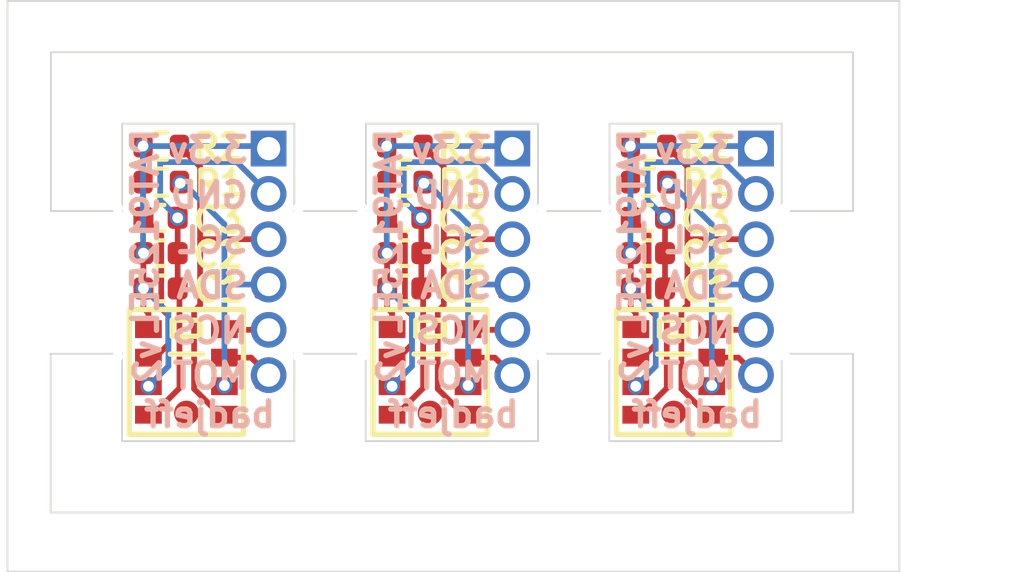
<source format=kicad_pcb>
(kicad_pcb (version 20240108) (generator "pcbnew") (generator_version "8.0")
  (layers (0 "F.Cu" signal) (31 "B.Cu" signal) (34 "B.Paste" user) (35 "F.Paste" user) (36 "B.SilkS" user "B.Silkscreen") (37 "F.SilkS" user "F.Silkscreen") (38 "B.Mask" user) (39 "F.Mask" user) (44 "Edge.Cuts" user))
  (net 0 "")
  (net 1 "Net-(U1-VDDA)")
  (net 2 "SDA")
  (net 3 "VCC 3.3V")
  (net 4 "NCS")
  (net 5 "MOTION")
  (net 6 "SCL")
  (net 8 "GND")
  (footprint "Capacitor_SMD:C_0402_1005Metric" (layer "F.Cu") (at 153.24 94.63)
    (property "Reference" "C2" (at 1.62 0.05 0) (layer "F.SilkS") (effects (font (size 0.7 0.7))))
    (property "Value" "10uF")
    (fp_line (start -0.107836 -0.36) (end 0.107836 -0.36) (stroke (width 0.12)) (layer "F.SilkS"))
    (fp_line (start -0.107836 0.36) (end 0.107836 0.36) (stroke (width 0.12)) (layer "F.SilkS"))
    (pad "1" smd roundrect (at -0.48 0) (size 0.56 0.62) (layers "F.Cu" "F.Paste" "F.Mask") (net 3 "VCC 3.3V"))
    (pad "2" smd roundrect (at 0.48 0) (size 0.56 0.62) (layers "F.Cu" "F.Paste" "F.Mask") (net 8 "GND"))
  )
  (footprint "PAT9125EL:Breakaway-Holes-0.3mmX8" (layer "F.Cu") (at 152.05 95.45 90)
    (property "Reference" " " (hide yes))
    (property "Value" " " (hide yes))
    (pad "" np_thru_hole circle (at -2.075 0 90) (size 0.3 0.3) (drill 0.3) (layers "F&B.Cu" "*.Mask"))
    (pad "" np_thru_hole circle (at -1.48125 0 90) (size 0.3 0.3) (drill 0.3) (layers "F&B.Cu" "*.Mask"))
    (pad "" np_thru_hole circle (at -0.8875 0 90) (size 0.3 0.3) (drill 0.3) (layers "F&B.Cu" "*.Mask"))
    (pad "" np_thru_hole circle (at -0.29375 0 90) (size 0.3 0.3) (drill 0.3) (layers "F&B.Cu" "*.Mask"))
    (pad "" np_thru_hole circle (at 0.3 0 90) (size 0.3 0.3) (drill 0.3) (layers "F&B.Cu" "*.Mask"))
    (pad "" np_thru_hole circle (at 0.89375 0 90) (size 0.3 0.3) (drill 0.3) (layers "F&B.Cu" "*.Mask"))
    (pad "" np_thru_hole circle (at 1.4875 0 90) (size 0.3 0.3) (drill 0.3) (layers "F&B.Cu" "*.Mask"))
    (pad "" np_thru_hole circle (at 2.08125 0 90) (size 0.3 0.3) (drill 0.3) (layers "F&B.Cu" "*.Mask"))
  )
  (footprint "PAT9125EL:PAT9125EL" (layer "F.Cu") (at 160.795 97.96 -90)
    (property "Reference" "U1" (hide yes))
    (property "Value" "PAT9125EL")
    (fp_line (start -1.75 1.6) (end -1.75 -1.6) (stroke (width 0.15)) (layer "F.SilkS"))
    (fp_line (start 1.75 1.6) (end -1.75 1.6) (stroke (width 0.15)) (layer "F.SilkS"))
    (fp_line (start -1.45 0.4) (end -1 0.4) (stroke (width 0.15)) (layer "F.SilkS"))
    (fp_line (start -1 0.4) (end -1 -0.4) (stroke (width 0.15)) (layer "F.SilkS"))
    (fp_line (start -1.45 -0.4) (end -1.45 0.4) (stroke (width 0.15)) (layer "F.SilkS"))
    (fp_line (start -1 -0.4) (end -1.45 -0.4) (stroke (width 0.15)) (layer "F.SilkS"))
    (fp_line (start -0.5 -0.45) (end -0.5 0.45) (stroke (width 0.15)) (layer "F.SilkS"))
    (fp_line (start -1.75 -1.6) (end 1.75 -1.6) (stroke (width 0.15)) (layer "F.SilkS"))
    (fp_line (start 1.75 -1.6) (end 1.75 1.6) (stroke (width 0.15)) (layer "F.SilkS"))
    (pad "1" smd rect (at -1.2 1.065 270) (size 0.5 0.75) (layers "F.Cu" "F.Paste" "F.Mask") (net 3 "VCC 3.3V"))
    (pad "2" smd rect (at -0.4 1.065 270) (size 0.5 0.75) (layers "F.Cu" "F.Paste" "F.Mask") (net 1 "Net-(U1-VDDA)"))
    (pad "3" smd rect (at 0.4 1.065 270) (size 0.5 0.75) (layers "F.Cu" "F.Paste" "F.Mask") (net 3 "VCC 3.3V"))
    (pad "4" smd rect (at 1.2 1.065 270) (size 0.5 0.75) (layers "F.Cu" "F.Paste" "F.Mask") (net 8 "GND"))
    (pad "5" smd rect (at 1.2 -1.065 270) (size 0.5 0.75) (layers "F.Cu" "F.Paste" "F.Mask") (net 6 "SCL"))
    (pad "6" smd rect (at 0.4 -1.065 270) (size 0.5 0.75) (layers "F.Cu" "F.Paste" "F.Mask") (net 2 "SDA"))
    (pad "7" smd rect (at -0.4 -1.065 270) (size 0.5 0.75) (layers "F.Cu" "F.Paste" "F.Mask") (net 5 "MOTION"))
    (pad "8" smd rect (at -1.2 -1.065 270) (size 0.5 0.75) (layers "F.Cu" "F.Paste" "F.Mask") (net 4 "NCS"))
    (pad "9" smd circle (at 1.15 0 270) (size 0.69 0.69) (layers "F.Cu" "F.Paste" "F.Mask"))
  )
  (footprint "Resistor_SMD:R_0402_1005Metric" (layer "F.Cu") (at 146.43 92.64)
    (property "Reference" "R1" (at 1.63 0.04 0) (layer "F.SilkS") (effects (font (size 0.7 0.7))))
    (property "Value" "5K")
    (fp_line (start -0.153641 -0.38) (end 0.153641 -0.38) (stroke (width 0.12)) (layer "F.SilkS"))
    (fp_line (start -0.153641 0.38) (end 0.153641 0.38) (stroke (width 0.12)) (layer "F.SilkS"))
    (pad "1" smd roundrect (at -0.51 0) (size 0.54 0.64) (layers "F.Cu" "F.Paste" "F.Mask") (net 3 "VCC 3.3V"))
    (pad "2" smd roundrect (at 0.51 0) (size 0.54 0.64) (layers "F.Cu" "F.Paste" "F.Mask") (net 2 "SDA"))
  )
  (footprint "Resistor_SMD:R_0402_1005Metric" (layer "F.Cu") (at 146.43 91.63)
    (property "Reference" "R2" (at 1.6 0.03 0) (layer "F.SilkS") (effects (font (size 0.7 0.7))))
    (property "Value" "5K")
    (fp_line (start -0.153641 -0.38) (end 0.153641 -0.38) (stroke (width 0.12)) (layer "F.SilkS"))
    (fp_line (start -0.153641 0.38) (end 0.153641 0.38) (stroke (width 0.12)) (layer "F.SilkS"))
    (pad "1" smd roundrect (at -0.51 0) (size 0.54 0.64) (layers "F.Cu" "F.Paste" "F.Mask") (net 3 "VCC 3.3V"))
    (pad "2" smd roundrect (at 0.51 0) (size 0.54 0.64) (layers "F.Cu" "F.Paste" "F.Mask") (net 6 "SCL"))
  )
  (footprint "Capacitor_SMD:C_0402_1005Metric" (layer "F.Cu") (at 146.41 94.63)
    (property "Reference" "C2" (at 1.62 0.05 0) (layer "F.SilkS") (effects (font (size 0.7 0.7))))
    (property "Value" "10uF")
    (fp_line (start -0.107836 -0.36) (end 0.107836 -0.36) (stroke (width 0.12)) (layer "F.SilkS"))
    (fp_line (start -0.107836 0.36) (end 0.107836 0.36) (stroke (width 0.12)) (layer "F.SilkS"))
    (pad "1" smd roundrect (at -0.48 0) (size 0.56 0.62) (layers "F.Cu" "F.Paste" "F.Mask") (net 3 "VCC 3.3V"))
    (pad "2" smd roundrect (at 0.48 0) (size 0.56 0.62) (layers "F.Cu" "F.Paste" "F.Mask") (net 8 "GND"))
  )
  (footprint "Capacitor_SMD:C_0402_1005Metric" (layer "F.Cu") (at 146.41 95.62)
    (property "Reference" "C1" (at 1.62 0.01 0) (layer "F.SilkS") (effects (font (size 0.7 0.7))))
    (property "Value" "0.1uF")
    (fp_line (start -0.107836 -0.36) (end 0.107836 -0.36) (stroke (width 0.12)) (layer "F.SilkS"))
    (fp_line (start -0.107836 0.36) (end 0.107836 0.36) (stroke (width 0.12)) (layer "F.SilkS"))
    (pad "1" smd roundrect (at -0.48 0) (size 0.56 0.62) (layers "F.Cu" "F.Paste" "F.Mask") (net 3 "VCC 3.3V"))
    (pad "2" smd roundrect (at 0.48 0) (size 0.56 0.62) (layers "F.Cu" "F.Paste" "F.Mask") (net 8 "GND"))
  )
  (footprint "PAT9125EL:Breakaway-Holes-0.3mmX8" (layer "F.Cu") (at 150.28 95.45 90)
    (property "Reference" " " (hide yes))
    (property "Value" " " (hide yes))
    (pad "" np_thru_hole circle (at -2.075 0 90) (size 0.3 0.3) (drill 0.3) (layers "*.Cu" "*.Mask"))
    (pad "" np_thru_hole circle (at -1.48125 0 90) (size 0.3 0.3) (drill 0.3) (layers "*.Cu" "*.Mask"))
    (pad "" np_thru_hole circle (at -0.8875 0 90) (size 0.3 0.3) (drill 0.3) (layers "*.Cu" "*.Mask"))
    (pad "" np_thru_hole circle (at -0.29375 0 90) (size 0.3 0.3) (drill 0.3) (layers "*.Cu" "*.Mask"))
    (pad "" np_thru_hole circle (at 0.3 0 90) (size 0.3 0.3) (drill 0.3) (layers "*.Cu" "*.Mask"))
    (pad "" np_thru_hole circle (at 0.89375 0 90) (size 0.3 0.3) (drill 0.3) (layers "*.Cu" "*.Mask"))
    (pad "" np_thru_hole circle (at 1.4875 0 90) (size 0.3 0.3) (drill 0.3) (layers "*.Cu" "*.Mask"))
    (pad "" np_thru_hole circle (at 2.08125 0 90) (size 0.3 0.3) (drill 0.3) (layers "F&B.Cu" "*.Mask"))
  )
  (footprint "Capacitor_SMD:C_0402_1005Metric" (layer "F.Cu") (at 160.07 95.62)
    (property "Reference" "C1" (at 1.62 0.01 0) (layer "F.SilkS") (effects (font (size 0.7 0.7))))
    (property "Value" "0.1uF")
    (fp_line (start -0.107836 -0.36) (end 0.107836 -0.36) (stroke (width 0.12)) (layer "F.SilkS"))
    (fp_line (start -0.107836 0.36) (end 0.107836 0.36) (stroke (width 0.12)) (layer "F.SilkS"))
    (pad "1" smd roundrect (at -0.48 0) (size 0.56 0.62) (layers "F.Cu" "F.Paste" "F.Mask") (net 3 "VCC 3.3V"))
    (pad "2" smd roundrect (at 0.48 0) (size 0.56 0.62) (layers "F.Cu" "F.Paste" "F.Mask") (net 8 "GND"))
  )
  (footprint "Resistor_SMD:R_0402_1005Metric" (layer "F.Cu") (at 153.26 91.63)
    (property "Reference" "R2" (at 1.6 0.03 0) (layer "F.SilkS") (effects (font (size 0.7 0.7))))
    (property "Value" "5K")
    (fp_line (start -0.153641 -0.38) (end 0.153641 -0.38) (stroke (width 0.12)) (layer "F.SilkS"))
    (fp_line (start -0.153641 0.38) (end 0.153641 0.38) (stroke (width 0.12)) (layer "F.SilkS"))
    (pad "1" smd roundrect (at -0.51 0) (size 0.54 0.64) (layers "F.Cu" "F.Paste" "F.Mask") (net 3 "VCC 3.3V"))
    (pad "2" smd roundrect (at 0.51 0) (size 0.54 0.64) (layers "F.Cu" "F.Paste" "F.Mask") (net 6 "SCL"))
  )
  (footprint "PAT9125EL:Breakaway-Holes-0.3mmX8" (layer "F.Cu") (at 145.21 95.45 90)
    (property "Reference" " " (hide yes))
    (property "Value" " " (hide yes))
    (pad "" np_thru_hole circle (at -2.075 0 90) (size 0.3 0.3) (drill 0.3) (layers "F&B.Cu" "*.Mask"))
    (pad "" np_thru_hole circle (at -1.48125 0 90) (size 0.3 0.3) (drill 0.3) (layers "F&B.Cu" "*.Mask"))
    (pad "" np_thru_hole circle (at -0.8875 0 90) (size 0.3 0.3) (drill 0.3) (layers "F&B.Cu" "*.Mask"))
    (pad "" np_thru_hole circle (at -0.29375 0 90) (size 0.3 0.3) (drill 0.3) (layers "F&B.Cu" "*.Mask"))
    (pad "" np_thru_hole circle (at 0.3 0 90) (size 0.3 0.3) (drill 0.3) (layers "F&B.Cu" "*.Mask"))
    (pad "" np_thru_hole circle (at 0.89375 0 90) (size 0.3 0.3) (drill 0.3) (layers "F&B.Cu" "*.Mask"))
    (pad "" np_thru_hole circle (at 1.4875 0 90) (size 0.3 0.3) (drill 0.3) (layers "F&B.Cu" "*.Mask"))
    (pad "" np_thru_hole circle (at 2.08125 0 90) (size 0.3 0.3) (drill 0.3) (layers "F&B.Cu" "*.Mask"))
  )
  (footprint "Resistor_SMD:R_0402_1005Metric" (layer "F.Cu") (at 160.09 92.64)
    (property "Reference" "R1" (at 1.63 0.04 0) (layer "F.SilkS") (effects (font (size 0.7 0.7))))
    (property "Value" "5K")
    (fp_line (start -0.153641 -0.38) (end 0.153641 -0.38) (stroke (width 0.12)) (layer "F.SilkS"))
    (fp_line (start -0.153641 0.38) (end 0.153641 0.38) (stroke (width 0.12)) (layer "F.SilkS"))
    (pad "1" smd roundrect (at -0.51 0) (size 0.54 0.64) (layers "F.Cu" "F.Paste" "F.Mask") (net 3 "VCC 3.3V"))
    (pad "2" smd roundrect (at 0.51 0) (size 0.54 0.64) (layers "F.Cu" "F.Paste" "F.Mask") (net 2 "SDA"))
  )
  (footprint "Connector_PinHeader_1.27mm:PinHeader_1x06_P1.27mm_Vertical" (layer "F.Cu") (at 156.27 91.7)
    (property "Reference" "J1" (hide yes))
    (property "Value" "Conn_01x06_Socket")
    (pad "1" thru_hole rect (at 0 0) (size 1 1) (drill 0.65) (layers "*.Cu" "*.Mask") (net 3 "VCC 3.3V"))
    (pad "2" thru_hole oval (at 0 1.27) (size 1 1) (drill 0.65) (layers "*.Cu" "*.Mask") (net 8 "GND"))
    (pad "3" thru_hole oval (at 0 2.54) (size 1 1) (drill 0.65) (layers "*.Cu" "*.Mask") (net 6 "SCL"))
    (pad "4" thru_hole oval (at 0 3.81) (size 1 1) (drill 0.65) (layers "*.Cu" "*.Mask") (net 2 "SDA"))
    (pad "5" thru_hole oval (at 0 5.08) (size 1 1) (drill 0.65) (layers "*.Cu" "*.Mask") (net 4 "NCS"))
    (pad "6" thru_hole oval (at 0 6.35) (size 1 1) (drill 0.65) (layers "*.Cu" "*.Mask") (net 5 "MOTION"))
  )
  (footprint "PAT9125EL:PAT9125EL" (layer "F.Cu") (at 153.965 97.96 -90)
    (property "Reference" "U1" (hide yes))
    (property "Value" "PAT9125EL")
    (fp_line (start -1.75 1.6) (end -1.75 -1.6) (stroke (width 0.15)) (layer "F.SilkS"))
    (fp_line (start 1.75 1.6) (end -1.75 1.6) (stroke (width 0.15)) (layer "F.SilkS"))
    (fp_line (start -1.45 0.4) (end -1 0.4) (stroke (width 0.15)) (layer "F.SilkS"))
    (fp_line (start -1 0.4) (end -1 -0.4) (stroke (width 0.15)) (layer "F.SilkS"))
    (fp_line (start -1.45 -0.4) (end -1.45 0.4) (stroke (width 0.15)) (layer "F.SilkS"))
    (fp_line (start -1 -0.4) (end -1.45 -0.4) (stroke (width 0.15)) (layer "F.SilkS"))
    (fp_line (start -0.5 -0.45) (end -0.5 0.45) (stroke (width 0.15)) (layer "F.SilkS"))
    (fp_line (start -1.75 -1.6) (end 1.75 -1.6) (stroke (width 0.15)) (layer "F.SilkS"))
    (fp_line (start 1.75 -1.6) (end 1.75 1.6) (stroke (width 0.15)) (layer "F.SilkS"))
    (pad "1" smd rect (at -1.2 1.065 270) (size 0.5 0.75) (layers "F.Cu" "F.Paste" "F.Mask") (net 3 "VCC 3.3V"))
    (pad "2" smd rect (at -0.4 1.065 270) (size 0.5 0.75) (layers "F.Cu" "F.Paste" "F.Mask") (net 1 "Net-(U1-VDDA)"))
    (pad "3" smd rect (at 0.4 1.065 270) (size 0.5 0.75) (layers "F.Cu" "F.Paste" "F.Mask") (net 3 "VCC 3.3V"))
    (pad "4" smd rect (at 1.2 1.065 270) (size 0.5 0.75) (layers "F.Cu" "F.Paste" "F.Mask") (net 8 "GND"))
    (pad "5" smd rect (at 1.2 -1.065 270) (size 0.5 0.75) (layers "F.Cu" "F.Paste" "F.Mask") (net 6 "SCL"))
    (pad "6" smd rect (at 0.4 -1.065 270) (size 0.5 0.75) (layers "F.Cu" "F.Paste" "F.Mask") (net 2 "SDA"))
    (pad "7" smd rect (at -0.4 -1.065 270) (size 0.5 0.75) (layers "F.Cu" "F.Paste" "F.Mask") (net 5 "MOTION"))
    (pad "8" smd rect (at -1.2 -1.065 270) (size 0.5 0.75) (layers "F.Cu" "F.Paste" "F.Mask") (net 4 "NCS"))
    (pad "9" smd circle (at 1.15 0 270) (size 0.69 0.69) (layers "F.Cu" "F.Paste" "F.Mask"))
  )
  (footprint "Capacitor_SMD:C_0402_1005Metric" (layer "F.Cu") (at 146.41 93.64)
    (property "Reference" "C3" (at 1.62 0.06 0) (layer "F.SilkS") (effects (font (size 0.7 0.7))))
    (property "Value" "4.7uF")
    (fp_line (start -0.107836 -0.36) (end 0.107836 -0.36) (stroke (width 0.12)) (layer "F.SilkS"))
    (fp_line (start -0.107836 0.36) (end 0.107836 0.36) (stroke (width 0.12)) (layer "F.SilkS"))
    (pad "1" smd roundrect (at -0.48 0) (size 0.56 0.62) (layers "F.Cu" "F.Paste" "F.Mask") (net 1 "Net-(U1-VDDA)"))
    (pad "2" smd roundrect (at 0.48 0) (size 0.56 0.62) (layers "F.Cu" "F.Paste" "F.Mask") (net 8 "GND"))
  )
  (footprint "PAT9125EL:Breakaway-Holes-0.3mmX8" (layer "F.Cu") (at 163.92 95.45 90)
    (property "Reference" " " (hide yes))
    (property "Value" " " (hide yes))
    (pad "" np_thru_hole circle (at -2.075 0 90) (size 0.3 0.3) (drill 0.3) (layers "*.Cu" "*.Mask"))
    (pad "" np_thru_hole circle (at -1.48125 0 90) (size 0.3 0.3) (drill 0.3) (layers "*.Cu" "*.Mask"))
    (pad "" np_thru_hole circle (at -0.8875 0 90) (size 0.3 0.3) (drill 0.3) (layers "*.Cu" "*.Mask"))
    (pad "" np_thru_hole circle (at -0.29375 0 90) (size 0.3 0.3) (drill 0.3) (layers "*.Cu" "*.Mask"))
    (pad "" np_thru_hole circle (at 0.3 0 90) (size 0.3 0.3) (drill 0.3) (layers "*.Cu" "*.Mask"))
    (pad "" np_thru_hole circle (at 0.89375 0 90) (size 0.3 0.3) (drill 0.3) (layers "*.Cu" "*.Mask"))
    (pad "" np_thru_hole circle (at 1.4875 0 90) (size 0.3 0.3) (drill 0.3) (layers "*.Cu" "*.Mask"))
    (pad "" np_thru_hole circle (at 2.08125 0 90) (size 0.3 0.3) (drill 0.3) (layers "F&B.Cu" "*.Mask"))
  )
  (footprint "PAT9125EL:PAT9125EL" (layer "F.Cu") (at 147.135 97.96 -90)
    (property "Reference" "U1" (hide yes))
    (property "Value" "PAT9125EL")
    (fp_line (start -1.75 1.6) (end -1.75 -1.6) (stroke (width 0.15)) (layer "F.SilkS"))
    (fp_line (start 1.75 1.6) (end -1.75 1.6) (stroke (width 0.15)) (layer "F.SilkS"))
    (fp_line (start -1.45 0.4) (end -1 0.4) (stroke (width 0.15)) (layer "F.SilkS"))
    (fp_line (start -1 0.4) (end -1 -0.4) (stroke (width 0.15)) (layer "F.SilkS"))
    (fp_line (start -1.45 -0.4) (end -1.45 0.4) (stroke (width 0.15)) (layer "F.SilkS"))
    (fp_line (start -1 -0.4) (end -1.45 -0.4) (stroke (width 0.15)) (layer "F.SilkS"))
    (fp_line (start -0.5 -0.45) (end -0.5 0.45) (stroke (width 0.15)) (layer "F.SilkS"))
    (fp_line (start -1.75 -1.6) (end 1.75 -1.6) (stroke (width 0.15)) (layer "F.SilkS"))
    (fp_line (start 1.75 -1.6) (end 1.75 1.6) (stroke (width 0.15)) (layer "F.SilkS"))
    (pad "1" smd rect (at -1.2 1.065 270) (size 0.5 0.75) (layers "F.Cu" "F.Paste" "F.Mask") (net 3 "VCC 3.3V"))
    (pad "2" smd rect (at -0.4 1.065 270) (size 0.5 0.75) (layers "F.Cu" "F.Paste" "F.Mask") (net 1 "Net-(U1-VDDA)"))
    (pad "3" smd rect (at 0.4 1.065 270) (size 0.5 0.75) (layers "F.Cu" "F.Paste" "F.Mask") (net 3 "VCC 3.3V"))
    (pad "4" smd rect (at 1.2 1.065 270) (size 0.5 0.75) (layers "F.Cu" "F.Paste" "F.Mask") (net 8 "GND"))
    (pad "5" smd rect (at 1.2 -1.065 270) (size 0.5 0.75) (layers "F.Cu" "F.Paste" "F.Mask") (net 6 "SCL"))
    (pad "6" smd rect (at 0.4 -1.065 270) (size 0.5 0.75) (layers "F.Cu" "F.Paste" "F.Mask") (net 2 "SDA"))
    (pad "7" smd rect (at -0.4 -1.065 270) (size 0.5 0.75) (layers "F.Cu" "F.Paste" "F.Mask") (net 5 "MOTION"))
    (pad "8" smd rect (at -1.2 -1.065 270) (size 0.5 0.75) (layers "F.Cu" "F.Paste" "F.Mask") (net 4 "NCS"))
    (pad "9" smd circle (at 1.15 0 270) (size 0.69 0.69) (layers "F.Cu" "F.Paste" "F.Mask"))
  )
  (footprint "Connector_PinHeader_1.27mm:PinHeader_1x06_P1.27mm_Vertical" (layer "F.Cu") (at 149.44 91.7)
    (property "Reference" "J1" (hide yes))
    (property "Value" "Conn_01x06_Socket")
    (pad "1" thru_hole rect (at 0 0) (size 1 1) (drill 0.65) (layers "*.Cu" "*.Mask") (net 3 "VCC 3.3V"))
    (pad "2" thru_hole oval (at 0 1.27) (size 1 1) (drill 0.65) (layers "*.Cu" "*.Mask") (net 8 "GND"))
    (pad "3" thru_hole oval (at 0 2.54) (size 1 1) (drill 0.65) (layers "*.Cu" "*.Mask") (net 6 "SCL"))
    (pad "4" thru_hole oval (at 0 3.81) (size 1 1) (drill 0.65) (layers "*.Cu" "*.Mask") (net 2 "SDA"))
    (pad "5" thru_hole oval (at 0 5.08) (size 1 1) (drill 0.65) (layers "*.Cu" "*.Mask") (net 4 "NCS"))
    (pad "6" thru_hole oval (at 0 6.35) (size 1 1) (drill 0.65) (layers "*.Cu" "*.Mask") (net 5 "MOTION"))
  )
  (footprint "Resistor_SMD:R_0402_1005Metric" (layer "F.Cu") (at 153.26 92.64)
    (property "Reference" "R1" (at 1.63 0.04 0) (layer "F.SilkS") (effects (font (size 0.7 0.7))))
    (property "Value" "5K")
    (fp_line (start -0.153641 -0.38) (end 0.153641 -0.38) (stroke (width 0.12)) (layer "F.SilkS"))
    (fp_line (start -0.153641 0.38) (end 0.153641 0.38) (stroke (width 0.12)) (layer "F.SilkS"))
    (pad "1" smd roundrect (at -0.51 0) (size 0.54 0.64) (layers "F.Cu" "F.Paste" "F.Mask") (net 3 "VCC 3.3V"))
    (pad "2" smd roundrect (at 0.51 0) (size 0.54 0.64) (layers "F.Cu" "F.Paste" "F.Mask") (net 2 "SDA"))
  )
  (footprint "Connector_PinHeader_1.27mm:PinHeader_1x06_P1.27mm_Vertical" (layer "F.Cu") (at 163.1 91.7)
    (property "Reference" "J1" (hide yes))
    (property "Value" "Conn_01x06_Socket")
    (pad "1" thru_hole rect (at 0 0) (size 1 1) (drill 0.65) (layers "*.Cu" "*.Mask") (net 3 "VCC 3.3V"))
    (pad "2" thru_hole oval (at 0 1.27) (size 1 1) (drill 0.65) (layers "*.Cu" "*.Mask") (net 8 "GND"))
    (pad "3" thru_hole oval (at 0 2.54) (size 1 1) (drill 0.65) (layers "*.Cu" "*.Mask") (net 6 "SCL"))
    (pad "4" thru_hole oval (at 0 3.81) (size 1 1) (drill 0.65) (layers "*.Cu" "*.Mask") (net 2 "SDA"))
    (pad "5" thru_hole oval (at 0 5.08) (size 1 1) (drill 0.65) (layers "*.Cu" "*.Mask") (net 4 "NCS"))
    (pad "6" thru_hole oval (at 0 6.35) (size 1 1) (drill 0.65) (layers "*.Cu" "*.Mask") (net 5 "MOTION"))
  )
  (footprint "PAT9125EL:Breakaway-Holes-0.3mmX8" (layer "F.Cu") (at 158.88 95.44125 90)
    (property "Reference" " " (hide yes))
    (property "Value" " " (hide yes))
    (pad "" np_thru_hole circle (at -2.075 0 90) (size 0.3 0.3) (drill 0.3) (layers "F&B.Cu" "*.Mask"))
    (pad "" np_thru_hole circle (at -1.48125 0 90) (size 0.3 0.3) (drill 0.3) (layers "F&B.Cu" "*.Mask"))
    (pad "" np_thru_hole circle (at -0.8875 0 90) (size 0.3 0.3) (drill 0.3) (layers "F&B.Cu" "*.Mask"))
    (pad "" np_thru_hole circle (at -0.29375 0 90) (size 0.3 0.3) (drill 0.3) (layers "F&B.Cu" "*.Mask"))
    (pad "" np_thru_hole circle (at 0.3 0 90) (size 0.3 0.3) (drill 0.3) (layers "F&B.Cu" "*.Mask"))
    (pad "" np_thru_hole circle (at 0.89375 0 90) (size 0.3 0.3) (drill 0.3) (layers "F&B.Cu" "*.Mask"))
    (pad "" np_thru_hole circle (at 1.4875 0 90) (size 0.3 0.3) (drill 0.3) (layers "F&B.Cu" "*.Mask"))
    (pad "" np_thru_hole circle (at 2.08125 0 90) (size 0.3 0.3) (drill 0.3) (layers "F&B.Cu" "*.Mask"))
  )
  (footprint "Resistor_SMD:R_0402_1005Metric" (layer "F.Cu") (at 160.09 91.63)
    (property "Reference" "R2" (at 1.6 0.03 0) (layer "F.SilkS") (effects (font (size 0.7 0.7))))
    (property "Value" "5K")
    (fp_line (start -0.153641 -0.38) (end 0.153641 -0.38) (stroke (width 0.12)) (layer "F.SilkS"))
    (fp_line (start -0.153641 0.38) (end 0.153641 0.38) (stroke (width 0.12)) (layer "F.SilkS"))
    (pad "1" smd roundrect (at -0.51 0) (size 0.54 0.64) (layers "F.Cu" "F.Paste" "F.Mask") (net 3 "VCC 3.3V"))
    (pad "2" smd roundrect (at 0.51 0) (size 0.54 0.64) (layers "F.Cu" "F.Paste" "F.Mask") (net 6 "SCL"))
  )
  (footprint "Capacitor_SMD:C_0402_1005Metric" (layer "F.Cu") (at 160.07 94.63)
    (property "Reference" "C2" (at 1.62 0.05 0) (layer "F.SilkS") (effects (font (size 0.7 0.7))))
    (property "Value" "10uF")
    (fp_line (start -0.107836 -0.36) (end 0.107836 -0.36) (stroke (width 0.12)) (layer "F.SilkS"))
    (fp_line (start -0.107836 0.36) (end 0.107836 0.36) (stroke (width 0.12)) (layer "F.SilkS"))
    (pad "1" smd roundrect (at -0.48 0) (size 0.56 0.62) (layers "F.Cu" "F.Paste" "F.Mask") (net 3 "VCC 3.3V"))
    (pad "2" smd roundrect (at 0.48 0) (size 0.56 0.62) (layers "F.Cu" "F.Paste" "F.Mask") (net 8 "GND"))
  )
  (footprint "Capacitor_SMD:C_0402_1005Metric" (layer "F.Cu") (at 153.24 95.62)
    (property "Reference" "C1" (at 1.62 0.01 0) (layer "F.SilkS") (effects (font (size 0.7 0.7))))
    (property "Value" "0.1uF")
    (fp_line (start -0.107836 -0.36) (end 0.107836 -0.36) (stroke (width 0.12)) (layer "F.SilkS"))
    (fp_line (start -0.107836 0.36) (end 0.107836 0.36) (stroke (width 0.12)) (layer "F.SilkS"))
    (pad "1" smd roundrect (at -0.48 0) (size 0.56 0.62) (layers "F.Cu" "F.Paste" "F.Mask") (net 3 "VCC 3.3V"))
    (pad "2" smd roundrect (at 0.48 0) (size 0.56 0.62) (layers "F.Cu" "F.Paste" "F.Mask") (net 8 "GND"))
  )
  (footprint "PAT9125EL:Breakaway-Holes-0.3mmX8" (layer "F.Cu") (at 157.1 95.45 90)
    (property "Reference" " " (hide yes))
    (property "Value" " " (hide yes))
    (pad "" np_thru_hole circle (at -2.075 0 90) (size 0.3 0.3) (drill 0.3) (layers "*.Cu" "*.Mask"))
    (pad "" np_thru_hole circle (at -1.48125 0 90) (size 0.3 0.3) (drill 0.3) (layers "*.Cu" "*.Mask"))
    (pad "" np_thru_hole circle (at -0.8875 0 90) (size 0.3 0.3) (drill 0.3) (layers "*.Cu" "*.Mask"))
    (pad "" np_thru_hole circle (at -0.29375 0 90) (size 0.3 0.3) (drill 0.3) (layers "*.Cu" "*.Mask"))
    (pad "" np_thru_hole circle (at 0.3 0 90) (size 0.3 0.3) (drill 0.3) (layers "*.Cu" "*.Mask"))
    (pad "" np_thru_hole circle (at 0.89375 0 90) (size 0.3 0.3) (drill 0.3) (layers "*.Cu" "*.Mask"))
    (pad "" np_thru_hole circle (at 1.4875 0 90) (size 0.3 0.3) (drill 0.3) (layers "*.Cu" "*.Mask"))
    (pad "" np_thru_hole circle (at 2.08125 0 90) (size 0.3 0.3) (drill 0.3) (layers "F&B.Cu" "*.Mask"))
  )
  (footprint "Capacitor_SMD:C_0402_1005Metric" (layer "F.Cu") (at 160.07 93.64)
    (property "Reference" "C3" (at 1.62 0.06 0) (layer "F.SilkS") (effects (font (size 0.7 0.7))))
    (property "Value" "4.7uF")
    (fp_line (start -0.107836 -0.36) (end 0.107836 -0.36) (stroke (width 0.12)) (layer "F.SilkS"))
    (fp_line (start -0.107836 0.36) (end 0.107836 0.36) (stroke (width 0.12)) (layer "F.SilkS"))
    (pad "1" smd roundrect (at -0.48 0) (size 0.56 0.62) (layers "F.Cu" "F.Paste" "F.Mask") (net 1 "Net-(U1-VDDA)"))
    (pad "2" smd roundrect (at 0.48 0) (size 0.56 0.62) (layers "F.Cu" "F.Paste" "F.Mask") (net 8 "GND"))
  )
  (footprint "Capacitor_SMD:C_0402_1005Metric" (layer "F.Cu") (at 153.24 93.64)
    (property "Reference" "C3" (at 1.62 0.06 0) (layer "F.SilkS") (effects (font (size 0.7 0.7))))
    (property "Value" "4.7uF")
    (fp_line (start -0.107836 -0.36) (end 0.107836 -0.36) (stroke (width 0.12)) (layer "F.SilkS"))
    (fp_line (start -0.107836 0.36) (end 0.107836 0.36) (stroke (width 0.12)) (layer "F.SilkS"))
    (pad "1" smd roundrect (at -0.48 0) (size 0.56 0.62) (layers "F.Cu" "F.Paste" "F.Mask") (net 1 "Net-(U1-VDDA)"))
    (pad "2" smd roundrect (at 0.48 0) (size 0.56 0.62) (layers "F.Cu" "F.Paste" "F.Mask") (net 8 "GND"))
  )
  (gr_line (start 165.82 93.45) (end 165.82 89) (stroke (width 0.05)) (layer "Edge.Cuts"))
  (gr_line (start 143.335 93.45) (end 143.335 89) (stroke (width 0.05)) (layer "Edge.Cuts"))
  (gr_line (start 145.33 97.45) (end 143.33 97.45) (stroke (width 0.05)) (layer "Edge.Cuts"))
  (gr_line (start 163.82 91) (end 158.995 91) (stroke (width 0.05)) (layer "Edge.Cuts"))
  (gr_line (start 150.16 97.45) (end 150.16 99.9) (stroke (width 0.05)) (layer "Edge.Cuts"))
  (gr_line (start 152.16 99.9) (end 152.16 97.45) (stroke (width 0.05)) (layer "Edge.Cuts"))
  (gr_line (start 158.99 99.9) (end 158.99 97.45) (stroke (width 0.05)) (layer "Edge.Cuts"))
  (gr_line (start 163.82 97.45) (end 165.82 97.45) (stroke (width 0.05)) (layer "Edge.Cuts"))
  (gr_line (start 156.99 97.45) (end 158.99 97.45) (stroke (width 0.05)) (layer "Edge.Cuts"))
  (gr_line (start 163.82 93.45) (end 165.82 93.45) (stroke (width 0.05)) (layer "Edge.Cuts"))
  (gr_line (start 150.16 99.9) (end 145.33 99.9) (stroke (width 0.05)) (layer "Edge.Cuts"))
  (gr_line (start 167.12 87.56) (end 167.12 103.56) (stroke (width 0.05)) (layer "Edge.Cuts"))
  (gr_line (start 165.815 101.9) (end 143.33 101.9) (stroke (width 0.05)) (layer "Edge.Cuts"))
  (gr_line (start 163.82 91) (end 163.82 93.45) (stroke (width 0.05)) (layer "Edge.Cuts"))
  (gr_line (start 165.82 89) (end 143.335 89) (stroke (width 0.05)) (layer "Edge.Cuts"))
  (gr_line (start 156.99 97.45) (end 156.99 99.9) (stroke (width 0.05)) (layer "Edge.Cuts"))
  (gr_line (start 156.99 93.45) (end 158.99 93.45) (stroke (width 0.05)) (layer "Edge.Cuts"))
  (gr_line (start 152.165 93.45) (end 152.165 91) (stroke (width 0.05)) (layer "Edge.Cuts"))
  (gr_line (start 150.16 97.45) (end 152.16 97.45) (stroke (width 0.05)) (layer "Edge.Cuts"))
  (gr_line (start 150.16 91) (end 145.335 91) (stroke (width 0.05)) (layer "Edge.Cuts"))
  (gr_line (start 142.12 103.56) (end 142.12 87.56) (stroke (width 0.05)) (layer "Edge.Cuts"))
  (gr_line (start 156.99 91) (end 152.165 91) (stroke (width 0.05)) (layer "Edge.Cuts"))
  (gr_line (start 165.82 101.9) (end 165.82 97.45) (stroke (width 0.05)) (layer "Edge.Cuts"))
  (gr_line (start 156.99 99.9) (end 152.16 99.9) (stroke (width 0.05)) (layer "Edge.Cuts"))
  (gr_line (start 143.33 101.9) (end 143.33 97.45) (stroke (width 0.05)) (layer "Edge.Cuts"))
  (gr_line (start 145.33 99.9) (end 145.33 97.45) (stroke (width 0.05)) (layer "Edge.Cuts"))
  (gr_line (start 150.16 93.45) (end 152.16 93.45) (stroke (width 0.05)) (layer "Edge.Cuts"))
  (gr_line (start 163.82 97.45) (end 163.82 99.9) (stroke (width 0.05)) (layer "Edge.Cuts"))
  (gr_line (start 167.12 103.56) (end 142.12 103.56) (stroke (width 0.05)) (layer "Edge.Cuts"))
  (gr_line (start 145.335 93.45) (end 145.335 91) (stroke (width 0.05)) (layer "Edge.Cuts"))
  (gr_line (start 163.82 99.9) (end 158.99 99.9) (stroke (width 0.05)) (layer "Edge.Cuts"))
  (gr_line (start 145.335 93.45) (end 143.335 93.45) (stroke (width 0.05)) (layer "Edge.Cuts"))
  (gr_line (start 158.995 93.45) (end 158.995 91) (stroke (width 0.05)) (layer "Edge.Cuts"))
  (gr_line (start 150.16 91) (end 150.16 93.45) (stroke (width 0.05)) (layer "Edge.Cuts"))
  (gr_line (start 156.99 91) (end 156.99 93.45) (stroke (width 0.05)) (layer "Edge.Cuts"))
  (gr_line (start 142.12 87.56) (end 167.12 87.56) (stroke (width 0.05)) (layer "Edge.Cuts"))
  (gr_text "PAT9125EL" (at 153.22 91.06 90) (layer "B.SilkS") (effects (font (size 0.7 0.7)) (justify left bottom mirror)))
  (gr_text "MOT" (at 148.94 98.48 0) (layer "B.SilkS") (effects (font (size 0.7 0.7) (thickness 0.15) (bold yes)) (justify left bottom mirror)))
  (gr_text "MOT" (at 162.6 98.48 0) (layer "B.SilkS") (effects (font (size 0.7 0.7) (thickness 0.15) (bold yes)) (justify left bottom mirror)))
  (gr_text "GND" (at 155.77 93.416 0) (layer "B.SilkS") (effects (font (size 0.7 0.7) (thickness 0.15) (bold yes)) (justify left bottom mirror)))
  (gr_text "SCL" (at 148.94 94.682 0) (layer "B.SilkS") (effects (font (size 0.7 0.7) (thickness 0.15) (bold yes)) (justify left bottom mirror)))
  (gr_text "PAT9125EL" (at 160.05 91.06 90) (layer "B.SilkS") (effects (font (size 0.7 0.7)) (justify left bottom mirror)))
  (gr_text "PAT9125EL" (at 146.39 91.06 90) (layer "B.SilkS") (effects (font (size 0.7 0.7)) (justify left bottom mirror)))
  (gr_text "SDA" (at 155.77 95.948 0) (layer "B.SilkS") (effects (font (size 0.7 0.7) (thickness 0.15) (bold yes)) (justify left bottom mirror)))
  (gr_text "NCS\n" (at 162.6 97.214 0) (layer "B.SilkS") (effects (font (size 0.7 0.7) (thickness 0.15) (bold yes)) (justify left bottom mirror)))
  (gr_text "SDA" (at 162.6 95.948 0) (layer "B.SilkS") (effects (font (size 0.7 0.7) (thickness 0.15) (bold yes)) (justify left bottom mirror)))
  (gr_text "v2" (at 160.12 96.97 90) (layer "B.SilkS") (effects (font (size 0.7 0.7) (thickness 0.15) (bold yes)) (justify left bottom mirror)))
  (gr_text "3.3v" (at 162.6 92.15 0) (layer "B.SilkS") (effects (font (size 0.7 0.7) (thickness 0.15) (bold yes)) (justify left bottom mirror)))
  (gr_text "NCS\n" (at 148.94 97.214 0) (layer "B.SilkS") (effects (font (size 0.7 0.7) (thickness 0.15) (bold yes)) (justify left bottom mirror)))
  (gr_text "NCS\n" (at 155.77 97.214 0) (layer "B.SilkS") (effects (font (size 0.7 0.7) (thickness 0.15) (bold yes)) (justify left bottom mirror)))
  (gr_text "3.3v" (at 148.94 92.15 0) (layer "B.SilkS") (effects (font (size 0.7 0.7) (thickness 0.15) (bold yes)) (justify left bottom mirror)))
  (gr_text "badjeff" (at 156.53 99.56 0) (layer "B.SilkS") (effects (font (size 0.7 0.7) (thickness 0.15) (bold yes)) (justify left bottom mirror)))
  (gr_text "GND" (at 148.94 93.416 0) (layer "B.SilkS") (effects (font (size 0.7 0.7) (thickness 0.15) (bold yes)) (justify left bottom mirror)))
  (gr_text "v2" (at 153.29 96.97 90) (layer "B.SilkS") (effects (font (size 0.7 0.7) (thickness 0.15) (bold yes)) (justify left bottom mirror)))
  (gr_text "badjeff" (at 163.36 99.56 0) (layer "B.SilkS") (effects (font (size 0.7 0.7) (thickness 0.15) (bold yes)) (justify left bottom mirror)))
  (gr_text "v2" (at 146.46 96.97 90) (layer "B.SilkS") (effects (font (size 0.7 0.7) (thickness 0.15) (bold yes)) (justify left bottom mirror)))
  (gr_text "MOT" (at 155.77 98.48 0) (layer "B.SilkS") (effects (font (size 0.7 0.7) (thickness 0.15) (bold yes)) (justify left bottom mirror)))
  (gr_text "GND" (at 162.6 93.416 0) (layer "B.SilkS") (effects (font (size 0.7 0.7) (thickness 0.15) (bold yes)) (justify left bottom mirror)))
  (gr_text "SCL" (at 155.77 94.682 0) (layer "B.SilkS") (effects (font (size 0.7 0.7) (thickness 0.15) (bold yes)) (justify left bottom mirror)))
  (gr_text "SDA" (at 148.94 95.948 0) (layer "B.SilkS") (effects (font (size 0.7 0.7) (thickness 0.15) (bold yes)) (justify left bottom mirror)))
  (gr_text "badjeff" (at 149.7 99.56 0) (layer "B.SilkS") (effects (font (size 0.7 0.7) (thickness 0.15) (bold yes)) (justify left bottom mirror)))
  (gr_text "SCL" (at 162.6 94.682 0) (layer "B.SilkS") (effects (font (size 0.7 0.7) (thickness 0.15) (bold yes)) (justify left bottom mirror)))
  (gr_text "3.3v" (at 155.77 92.15 0) (layer "B.SilkS") (effects (font (size 0.7 0.7) (thickness 0.15) (bold yes)) (justify left bottom mirror)))
  (segment (start 160.285 96.375) (end 160.09 96.18) (width 0.16) (layer "F.Cu") (net 1))
  (segment (start 146.625 96.375) (end 146.43 96.18) (width 0.16) (layer "F.Cu") (net 1))
  (segment (start 159.915 97.56) (end 160.285 97.19) (width 0.16) (layer "F.Cu") (net 1))
  (segment (start 153.26 94.13) (end 152.76 93.63) (width 0.16) (layer "F.Cu") (net 1))
  (segment (start 153.26 96.18) (end 153.26 94.13) (width 0.16) (layer "F.Cu") (net 1))
  (segment (start 153.455 97.19) (end 153.455 96.375) (width 0.16) (layer "F.Cu") (net 1))
  (segment (start 146.43 96.18) (end 146.43 94.13) (width 0.16) (layer "F.Cu") (net 1))
  (segment (start 146.07 97.56) (end 146.255 97.56) (width 0.16) (layer "F.Cu") (net 1))
  (segment (start 159.73 97.56) (end 159.915 97.56) (width 0.16) (layer "F.Cu") (net 1))
  (segment (start 160.09 96.18) (end 160.09 94.13) (width 0.16) (layer "F.Cu") (net 1))
  (segment (start 153.085 97.56) (end 153.455 97.19) (width 0.16) (layer "F.Cu") (net 1))
  (segment (start 146.43 94.13) (end 145.93 93.63) (width 0.16) (layer "F.Cu") (net 1))
  (segment (start 153.455 96.375) (end 153.26 96.18) (width 0.16) (layer "F.Cu") (net 1))
  (segment (start 152.9 97.56) (end 153.085 97.56) (width 0.16) (layer "F.Cu") (net 1))
  (segment (start 160.285 97.19) (end 160.285 96.375) (width 0.16) (layer "F.Cu") (net 1))
  (segment (start 146.255 97.56) (end 146.625 97.19) (width 0.16) (layer "F.Cu") (net 1))
  (segment (start 146.625 97.19) (end 146.625 96.375) (width 0.16) (layer "F.Cu") (net 1))
  (segment (start 160.09 94.13) (end 159.59 93.63) (width 0.16) (layer "F.Cu") (net 1))
  (segment (start 148.2 98.34) (end 148.2 98.36) (width 0.16) (layer "F.Cu") (net 2))
  (segment (start 155.03 98.34) (end 155.03 98.36) (width 0.16) (layer "F.Cu") (net 2))
  (segment (start 148.075 98.36) (end 148.2 98.34) (width 0.16) (layer "F.Cu") (net 2))
  (segment (start 161.86 98.34) (end 161.86 98.36) (width 0.16) (layer "F.Cu") (net 2))
  (segment (start 154.905 98.36) (end 155.03 98.34) (width 0.16) (layer "F.Cu") (net 2))
  (segment (start 149.43 95.31) (end 149.43 95.29) (width 0.16) (layer "F.Cu") (net 2))
  (segment (start 163.09 95.31) (end 163.09 95.29) (width 0.16) (layer "F.Cu") (net 2))
  (segment (start 156.27 95.51) (end 155.955 95.825) (width 0.16) (layer "F.Cu") (net 2))
  (segment (start 163.1 95.51) (end 162.785 95.825) (width 0.16) (layer "F.Cu") (net 2))
  (segment (start 149.44 95.51) (end 149.125 95.825) (width 0.16) (layer "F.Cu") (net 2))
  (segment (start 161.735 98.36) (end 161.86 98.34) (width 0.16) (layer "F.Cu") (net 2))
  (segment (start 156.26 95.31) (end 156.26 95.29) (width 0.16) (layer "F.Cu") (net 2))
  (via (at 146.96 92.67) (size 0.45) (drill 0.3) (layers "F.Cu" "B.Cu") (net 2))
  (via (at 155.03 98.34) (size 0.45) (drill 0.3) (layers "F.Cu" "B.Cu") (net 2))
  (via (at 153.79 92.67) (size 0.45) (drill 0.3) (layers "F.Cu" "B.Cu") (net 2))
  (via (at 161.86 98.34) (size 0.45) (drill 0.3) (layers "F.Cu" "B.Cu") (net 2))
  (via (at 148.2 98.34) (size 0.45) (drill 0.3) (layers "F.Cu" "B.Cu") (net 2))
  (via (at 160.62 92.67) (size 0.45) (drill 0.3) (layers "F.Cu" "B.Cu") (net 2))
  (segment (start 147.05 92.67) (end 146.96 92.67) (width 0.16) (layer "B.Cu") (net 2))
  (segment (start 149.44 95.51) (end 148.2 95.51) (width 0.16) (layer "B.Cu") (net 2))
  (segment (start 163.1 95.51) (end 161.86 95.51) (width 0.16) (layer "B.Cu") (net 2))
  (segment (start 161.86 98.34) (end 161.86 95.51) (width 0.16) (layer "B.Cu") (net 2))
  (segment (start 155.03 93.82) (end 153.88 92.67) (width 0.16) (layer "B.Cu") (net 2))
  (segment (start 156.27 95.51) (end 155.03 95.51) (width 0.16) (layer "B.Cu") (net 2))
  (segment (start 155.03 98.34) (end 155.03 95.51) (width 0.16) (layer "B.Cu") (net 2))
  (segment (start 155.03 95.51) (end 155.03 93.82) (width 0.16) (layer "B.Cu") (net 2))
  (segment (start 153.79 92.58) (end 153.87 92.66) (width 0.16) (layer "B.Cu") (net 2))
  (segment (start 148.2 95.51) (end 148.2 93.82) (width 0.16) (layer "B.Cu") (net 2))
  (segment (start 161.86 95.51) (end 161.86 93.82) (width 0.16) (layer "B.Cu") (net 2))
  (segment (start 153.79 92.67) (end 153.79 92.58) (width 0.16) (layer "B.Cu") (net 2))
  (segment (start 146.96 92.67) (end 146.96 92.58) (width 0.16) (layer "B.Cu") (net 2))
  (segment (start 146.96 92.58) (end 147.04 92.66) (width 0.16) (layer "B.Cu") (net 2))
  (segment (start 148.2 98.34) (end 148.2 95.51) (width 0.16) (layer "B.Cu") (net 2))
  (segment (start 160.62 92.67) (end 160.62 92.58) (width 0.16) (layer "B.Cu") (net 2))
  (segment (start 160.71 92.67) (end 160.62 92.67) (width 0.16) (layer "B.Cu") (net 2))
  (segment (start 161.86 93.82) (end 160.71 92.67) (width 0.16) (layer "B.Cu") (net 2))
  (segment (start 153.88 92.67) (end 153.79 92.67) (width 0.16) (layer "B.Cu") (net 2))
  (segment (start 160.62 92.58) (end 160.7 92.66) (width 0.16) (layer "B.Cu") (net 2))
  (segment (start 148.2 93.82) (end 147.05 92.67) (width 0.16) (layer "B.Cu") (net 2))
  (segment (start 146.07 98.36) (end 145.945 98.36) (width 0.16) (layer "F.Cu") (net 3))
  (segment (start 152.9 96.31) (end 152.9 96.76) (width 0.16) (layer "F.Cu") (net 3))
  (segment (start 152.76 94.63) (end 152.76 94.68) (width 0.16) (layer "F.Cu") (net 3))
  (segment (start 159.73 98.36) (end 159.915 98.36) (width 0.16) (layer "F.Cu") (net 3))
  (segment (start 152.9 96.76) (end 152.72 96.58) (width 0.16) (layer "F.Cu") (net 3))
  (segment (start 145.93 96.17) (end 146.07 96.31) (width 0.16) (layer "F.Cu") (net 3))
  (segment (start 145.93 96.62) (end 146.07 96.76) (width 0.16) (layer "F.Cu") (net 3))
  (segment (start 152.76 96.17) (end 152.9 96.31) (width 0.16) (layer "F.Cu") (net 3))
  (segment (start 159.73 96.76) (end 159.55 96.58) (width 0.16) (layer "F.Cu") (net 3))
  (segment (start 159.59 94.63) (end 159.59 96.17) (width 0.16) (layer "F.Cu") (net 3))
  (segment (start 159.58 92.63) (end 159.58 91.63) (width 0.16) (layer "F.Cu") (net 3))
  (segment (start 159.59 96.17) (end 159.73 96.31) (width 0.16) (layer "F.Cu") (net 3))
  (segment (start 146.07 98.36) (end 146.255 98.36) (width 0.16) (layer "F.Cu") (net 3))
  (segment (start 152.75 92.63) (end 152.75 91.63) (width 0.16) (layer "F.Cu") (net 3))
  (segment (start 152.76 96.62) (end 152.9 96.76) (width 0.16) (layer "F.Cu") (net 3))
  (segment (start 152.76 94.63) (end 152.76 96.17) (width 0.16) (layer "F.Cu") (net 3))
  (segment (start 146.07 96.31) (end 146.07 96.76) (width 0.16) (layer "F.Cu") (net 3))
  (segment (start 159.59 94.63) (end 159.59 94.68) (width 0.16) (layer "F.Cu") (net 3))
  (segment (start 146.07 96.76) (end 145.89 96.58) (width 0.16) (layer "F.Cu") (net 3))
  (segment (start 159.59 96.62) (end 159.73 96.76) (width 0.16) (layer "F.Cu") (net 3))
  (segment (start 145.93 94.63) (end 145.93 96.17) (width 0.16) (layer "F.Cu") (net 3))
  (segment (start 159.59 94.41) (end 159.59 94.63) (width 0.16) (layer "F.Cu") (net 3))
  (segment (start 159.73 96.31) (end 159.73 96.76) (width 0.16) (layer "F.Cu") (net 3))
  (segment (start 145.93 94.41) (end 145.93 94.63) (width 0.16) (layer "F.Cu") (net 3))
  (segment (start 152.9 98.36) (end 152.775 98.36) (width 0.16) (layer "F.Cu") (net 3))
  (segment (start 152.9 98.36) (end 153.085 98.36) (width 0.16) (layer "F.Cu") (net 3))
  (segment (start 145.92 92.63) (end 145.92 91.63) (width 0.16) (layer "F.Cu") (net 3))
  (segment (start 152.76 94.41) (end 152.76 94.63) (width 0.16) (layer "F.Cu") (net 3))
  (segment (start 145.93 94.63) (end 145.93 94.68) (width 0.16) (layer "F.Cu") (net 3))
  (segment (start 159.73 98.36) (end 159.605 98.36) (width 0.16) (layer "F.Cu") (net 3))
  (via (at 152.76 94.63) (size 0.45) (drill 0.3) (layers "F.Cu" "B.Cu") (net 3))
  (via (at 159.59 94.63) (size 0.45) (drill 0.3) (layers "F.Cu" "B.Cu") (net 3))
  (via (at 152.75 91.63) (size 0.45) (drill 0.3) (layers "F.Cu" "B.Cu") (net 3))
  (via (at 152.76 95.62) (size 0.45) (drill 0.3) (layers "F.Cu" "B.Cu") (net 3))
  (via (at 159.73 98.36) (size 0.45) (drill 0.3) (layers "F.Cu" "B.Cu") (net 3))
  (via (at 159.58 91.63) (size 0.45) (drill 0.3) (layers "F.Cu" "B.Cu") (net 3))
  (via (at 145.92 91.63) (size 0.45) (drill 0.3) (layers "F.Cu" "B.Cu") (net 3))
  (via (at 145.93 94.63) (size 0.45) (drill 0.3) (layers "F.Cu" "B.Cu") (net 3))
  (via (at 152.9 98.36) (size 0.45) (drill 0.3) (layers "F.Cu" "B.Cu") (net 3))
  (via (at 159.59 95.62) (size 0.45) (drill 0.3) (layers "F.Cu" "B.Cu") (net 3))
  (via (at 146.07 98.36) (size 0.45) (drill 0.3) (layers "F.Cu" "B.Cu") (net 3))
  (via (at 145.93 95.62) (size 0.45) (drill 0.3) (layers "F.Cu" "B.Cu") (net 3))
  (segment (start 152.75 91.63) (end 152.75 94.62) (width 0.16) (layer "B.Cu") (net 3))
  (segment (start 145.92 91.63) (end 149.37 91.63) (width 0.16) (layer "B.Cu") (net 3))
  (segment (start 153.46 96.31) (end 152.77 95.62) (width 0.16) (layer "B.Cu") (net 3))
  (segment (start 159.58 94.62) (end 159.59 94.63) (width 0.16) (layer "B.Cu") (net 3))
  (segment (start 146.07 98.36) (end 146.63 97.8) (width 0.16) (layer "B.Cu") (net 3))
  (segment (start 146.63 96.31) (end 145.94 95.62) (width 0.16) (layer "B.Cu") (net 3))
  (segment (start 160.29 96.31) (end 159.6 95.62) (width 0.16) (layer "B.Cu") (net 3))
  (segment (start 163.03 91.63) (end 163.1 91.7) (width 0.16) (layer "B.Cu") (net 3))
  (segment (start 149.37 91.63) (end 149.44 91.7) (width 0.16) (layer "B.Cu") (net 3))
  (segment (start 160.29 97.8) (end 160.29 96.31) (width 0.16) (layer "B.Cu") (net 3))
  (segment (start 145.92 94.62) (end 145.93 94.63) (width 0.16) (layer "B.Cu") (net 3))
  (segment (start 152.75 93.43) (end 152.75 91.63) (width 0.16) (layer "B.Cu") (net 3))
  (segment (start 156.2 91.63) (end 156.27 91.7) (width 0.16) (layer "B.Cu") (net 3))
  (segment (start 145.92 93.43) (end 145.92 91.63) (width 0.16) (layer "B.Cu") (net 3))
  (segment (start 159.73 98.36) (end 160.29 97.8) (width 0.16) (layer "B.Cu") (net 3))
  (segment (start 152.75 91.63) (end 156.2 91.63) (width 0.16) (layer "B.Cu") (net 3))
  (segment (start 146.63 97.8) (end 146.63 96.31) (width 0.16) (layer "B.Cu") (net 3))
  (segment (start 152.75 94.62) (end 152.76 94.63) (width 0.16) (layer "B.Cu") (net 3))
  (segment (start 152.9 98.36) (end 153.46 97.8) (width 0.16) (layer "B.Cu") (net 3))
  (segment (start 159.58 91.63) (end 159.58 94.62) (width 0.16) (layer "B.Cu") (net 3))
  (segment (start 153.46 97.8) (end 153.46 96.31) (width 0.16) (layer "B.Cu") (net 3))
  (segment (start 159.58 91.63) (end 163.03 91.63) (width 0.16) (layer "B.Cu") (net 3))
  (segment (start 159.58 93.43) (end 159.58 91.63) (width 0.16) (layer "B.Cu") (net 3))
  (segment (start 145.92 91.63) (end 145.92 94.62) (width 0.16) (layer "B.Cu") (net 3))
  (segment (start 156.27 96.78) (end 155.05 96.78) (width 0.16) (layer "F.Cu") (net 4))
  (segment (start 155.05 96.78) (end 155.03 96.76) (width 0.16) (layer "F.Cu") (net 4))
  (segment (start 148.22 96.78) (end 148.2 96.76) (width 0.16) (layer "F.Cu") (net 4))
  (segment (start 163.1 96.78) (end 161.88 96.78) (width 0.16) (layer "F.Cu") (net 4))
  (segment (start 149.44 96.78) (end 148.22 96.78) (width 0.16) (layer "F.Cu") (net 4))
  (segment (start 161.88 96.78) (end 161.86 96.76) (width 0.16) (layer "F.Cu") (net 4))
  (segment (start 149.13 98.36) (end 149.44 98.05) (width 0.16) (layer "F.Cu") (net 5))
  (segment (start 162.61 97.56) (end 161.86 97.56) (width 0.16) (layer "F.Cu") (net 5))
  (segment (start 148.2 97.56) (end 148.015 97.56) (width 0.16) (layer "F.Cu") (net 5))
  (segment (start 148.95 97.56) (end 148.2 97.56) (width 0.16) (layer "F.Cu") (net 5))
  (segment (start 156.27 98.05) (end 155.78 97.56) (width 0.16) (layer "F.Cu") (net 5))
  (segment (start 155.03 97.56) (end 154.845 97.56) (width 0.16) (layer "F.Cu") (net 5))
  (segment (start 155.96 98.36) (end 156.27 98.05) (width 0.16) (layer "F.Cu") (net 5))
  (segment (start 162.79 98.36) (end 163.1 98.05) (width 0.16) (layer "F.Cu") (net 5))
  (segment (start 161.86 97.56) (end 161.675 97.56) (width 0.16) (layer "F.Cu") (net 5))
  (segment (start 149.44 98.05) (end 148.95 97.56) (width 0.16) (layer "F.Cu") (net 5))
  (segment (start 155.78 97.56) (end 155.03 97.56) (width 0.16) (layer "F.Cu") (net 5))
  (segment (start 163.1 98.05) (end 162.61 97.56) (width 0.16) (layer "F.Cu") (net 5))
  (segment (start 156.27 94.24) (end 154.348652 94.24) (width 0.16) (layer "F.Cu") (net 6))
  (segment (start 147.35 96.257304) (end 147.35 98.435) (width 0.16) (layer "F.Cu") (net 6))
  (segment (start 148.075 99.16) (end 147.35 98.435) (width 0.16) (layer "F.Cu") (net 6))
  (segment (start 147.518652 96.088652) (end 147.35 96.257304) (width 0.16) (layer "F.Cu") (net 6))
  (segment (start 161.86 99.16) (end 161.735 99.16) (width 0.16) (layer "F.Cu") (net 6))
  (segment (start 154.348652 94.24) (end 154.348652 96.088652) (width 0.16) (layer "F.Cu") (net 6))
  (segment (start 154.348652 96.088652) (end 154.18 96.257304) (width 0.16) (layer "F.Cu") (net 6))
  (segment (start 147.518652 94.24) (end 147.518652 96.088652) (width 0.16) (layer "F.Cu") (net 6))
  (segment (start 149.44 94.24) (end 147.518652 94.24) (width 0.16) (layer "F.Cu") (net 6))
  (segment (start 161.178652 94.24) (end 161.178652 96.088652) (width 0.16) (layer "F.Cu") (net 6))
  (segment (start 153.77 91.63) (end 154.348652 92.208652) (width 0.16) (layer "F.Cu") (net 6))
  (segment (start 148.2 99.16) (end 148.075 99.16) (width 0.16) (layer "F.Cu") (net 6))
  (segment (start 147.518652 92.208652) (end 147.518652 94.24) (width 0.16) (layer "F.Cu") (net 6))
  (segment (start 163.1 94.24) (end 161.178652 94.24) (width 0.16) (layer "F.Cu") (net 6))
  (segment (start 154.18 96.257304) (end 154.18 98.435) (width 0.16) (layer "F.Cu") (net 6))
  (segment (start 155.03 99.16) (end 154.905 99.16) (width 0.16) (layer "F.Cu") (net 6))
  (segment (start 161.178652 96.088652) (end 161.01 96.257304) (width 0.16) (layer "F.Cu") (net 6))
  (segment (start 154.905 99.16) (end 154.18 98.435) (width 0.16) (layer "F.Cu") (net 6))
  (segment (start 160.6 91.63) (end 161.178652 92.208652) (width 0.16) (layer "F.Cu") (net 6))
  (segment (start 161.735 99.16) (end 161.01 98.435) (width 0.16) (layer "F.Cu") (net 6))
  (segment (start 161.01 96.257304) (end 161.01 98.435) (width 0.16) (layer "F.Cu") (net 6))
  (segment (start 161.178652 92.208652) (end 161.178652 94.24) (width 0.16) (layer "F.Cu") (net 6))
  (segment (start 146.94 91.63) (end 147.518652 92.208652) (width 0.16) (layer "F.Cu") (net 6))
  (segment (start 154.348652 92.208652) (end 154.348652 94.24) (width 0.16) (layer "F.Cu") (net 6))
  (segment (start 146.07 99.16) (end 146.195 99.16) (width 0.16) (layer "F.Cu") (net 8))
  (segment (start 146.94 95.56) (end 146.89 95.51) (width 0.16) (layer "F.Cu") (net 8))
  (segment (start 160.55 95.62) (end 160.55 93.64) (width 0.16) (layer "F.Cu") (net 8))
  (segment (start 160.6 95.56) (end 160.55 95.51) (width 0.16) (layer "F.Cu") (net 8))
  (segment (start 153.77 95.56) (end 153.72 95.51) (width 0.16) (layer "F.Cu") (net 8))
  (segment (start 153.72 95.62) (end 153.72 93.64) (width 0.16) (layer "F.Cu") (net 8))
  (segment (start 146.89 95.62) (end 146.89 93.64) (width 0.16) (layer "F.Cu") (net 8))
  (segment (start 153.77 98.415) (end 153.77 95.56) (width 0.16) (layer "F.Cu") (net 8))
  (segment (start 146.195 99.16) (end 146.94 98.415) (width 0.16) (layer "F.Cu") (net 8))
  (segment (start 152.9 99.16) (end 153.025 99.16) (width 0.16) (layer "F.Cu") (net 8))
  (segment (start 159.855 99.16) (end 160.6 98.415) (width 0.16) (layer "F.Cu") (net 8))
  (segment (start 160.6 98.415) (end 160.6 95.56) (width 0.16) (layer "F.Cu") (net 8))
  (segment (start 159.73 99.16) (end 159.855 99.16) (width 0.16) (layer "F.Cu") (net 8))
  (segment (start 153.025 99.16) (end 153.77 98.415) (width 0.16) (layer "F.Cu") (net 8))
  (segment (start 146.94 98.415) (end 146.94 95.56) (width 0.16) (layer "F.Cu") (net 8))
  (via (at 146.89 93.64) (size 0.45) (drill 0.3) (layers "F.Cu" "B.Cu") (net 8))
  (via (at 160.55 93.64) (size 0.45) (drill 0.3) (layers "F.Cu" "B.Cu") (net 8))
  (via (at 153.72 93.64) (size 0.45) (drill 0.3) (layers "F.Cu" "B.Cu") (net 8))
  (segment (start 146.4 93.15) (end 146.4 92.08) (width 0.16) (layer "B.Cu") (net 8))
  (segment (start 146.4 92.08) (end 148.55 92.08) (width 0.16) (layer "B.Cu") (net 8))
  (segment (start 153.72 93.64) (end 153.23 93.15) (width 0.16) (layer "B.Cu") (net 8))
  (segment (start 148.55 92.08) (end 149.44 92.97) (width 0.16) (layer "B.Cu") (net 8))
  (segment (start 155.38 92.08) (end 156.27 92.97) (width 0.16) (layer "B.Cu") (net 8))
  (segment (start 153.23 93.15) (end 153.23 92.08) (width 0.16) (layer "B.Cu") (net 8))
  (segment (start 153.23 92.08) (end 155.38 92.08) (width 0.16) (layer "B.Cu") (net 8))
  (segment (start 162.21 92.08) (end 163.1 92.97) (width 0.16) (layer "B.Cu") (net 8))
  (segment (start 160.55 93.64) (end 160.06 93.15) (width 0.16) (layer "B.Cu") (net 8))
  (segment (start 146.89 93.64) (end 146.4 93.15) (width 0.16) (layer "B.Cu") (net 8))
  (segment (start 160.06 92.08) (end 162.21 92.08) (width 0.16) (layer "B.Cu") (net 8))
  (segment (start 160.06 93.15) (end 160.06 92.08) (width 0.16) (layer "B.Cu") (net 8))
)
</source>
